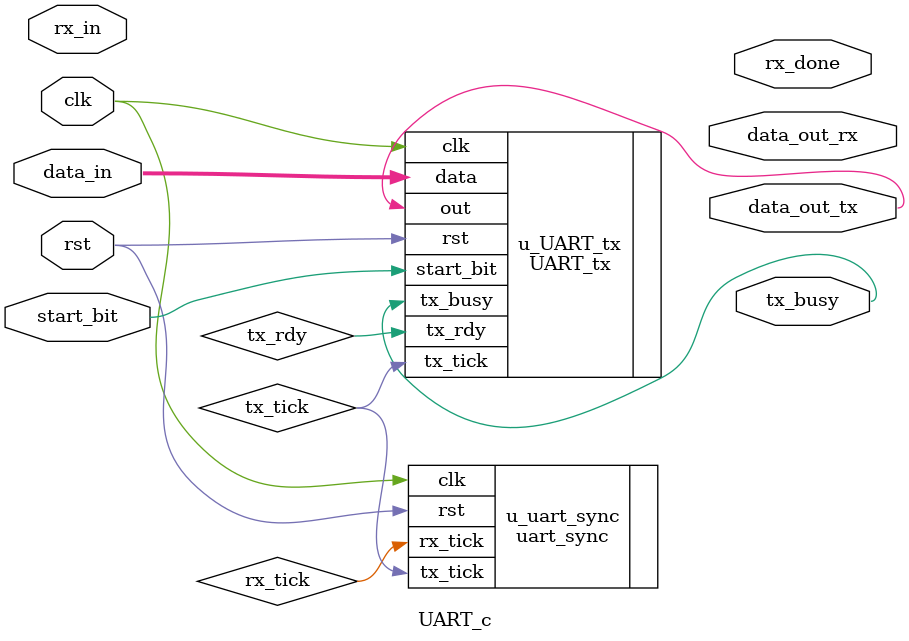
<source format=sv>
module UART_c #(
    parameter int BAUD_RATE=4800,
    parameter int CLK_FREQ=50000000
    )(
    input logic         clk,
    input logic         rst,
    input logic         start_bit,
    input logic  [0:7]  data_in,
    input logic         rx_in,

    output logic        data_out_tx,
    output logic        tx_busy,
    output logic        rx_done,
    output logic [0:7]  data_out_rx
);

localparam MAX_COUNT = CLK_FREQ/BAUD_RATE;

//tx internal signals.
logic tx_tick;
logic rx_tick;
logic tx_rdy;




//Instances
uart_sync #(.MAX_COUNT(MAX_COUNT)
            ) u_uart_sync(
            .clk     	(clk),
            .rst        (rst),
            .tx_tick 	(tx_tick),
            .rx_tick 	(rx_tick)
);

UART_tx u_UART_tx(
    .data       (data_in),
    .clk        (clk),
    .rst        (rst),
    .start_bit  (start_bit),
    .tx_tick    (tx_tick),

    .tx_busy    (tx_busy),
    .tx_rdy     (tx_rdy),
    .out  	    (data_out_tx)
);


endmodule
</source>
